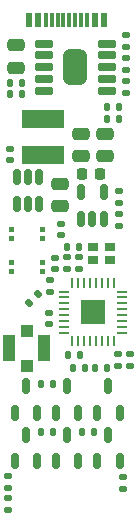
<source format=gbr>
%TF.GenerationSoftware,KiCad,Pcbnew,8.0.5-8.0.5-0~ubuntu24.04.1*%
%TF.CreationDate,2024-10-10T17:44:54+02:00*%
%TF.ProjectId,epi_ESP32_PD,6570695f-4553-4503-9332-5f50442e6b69,1_1*%
%TF.SameCoordinates,Original*%
%TF.FileFunction,Paste,Top*%
%TF.FilePolarity,Positive*%
%FSLAX46Y46*%
G04 Gerber Fmt 4.6, Leading zero omitted, Abs format (unit mm)*
G04 Created by KiCad (PCBNEW 8.0.5-8.0.5-0~ubuntu24.04.1) date 2024-10-10 17:44:54*
%MOMM*%
%LPD*%
G01*
G04 APERTURE LIST*
G04 Aperture macros list*
%AMRoundRect*
0 Rectangle with rounded corners*
0 $1 Rounding radius*
0 $2 $3 $4 $5 $6 $7 $8 $9 X,Y pos of 4 corners*
0 Add a 4 corners polygon primitive as box body*
4,1,4,$2,$3,$4,$5,$6,$7,$8,$9,$2,$3,0*
0 Add four circle primitives for the rounded corners*
1,1,$1+$1,$2,$3*
1,1,$1+$1,$4,$5*
1,1,$1+$1,$6,$7*
1,1,$1+$1,$8,$9*
0 Add four rect primitives between the rounded corners*
20,1,$1+$1,$2,$3,$4,$5,0*
20,1,$1+$1,$4,$5,$6,$7,0*
20,1,$1+$1,$6,$7,$8,$9,0*
20,1,$1+$1,$8,$9,$2,$3,0*%
G04 Aperture macros list end*
%ADD10RoundRect,0.062500X-0.375000X-0.062500X0.375000X-0.062500X0.375000X0.062500X-0.375000X0.062500X0*%
%ADD11RoundRect,0.062500X-0.062500X-0.375000X0.062500X-0.375000X0.062500X0.375000X-0.062500X0.375000X0*%
%ADD12R,2.000000X2.000000*%
%ADD13RoundRect,0.135000X-0.135000X-0.185000X0.135000X-0.185000X0.135000X0.185000X-0.135000X0.185000X0*%
%ADD14RoundRect,0.135000X0.135000X0.185000X-0.135000X0.185000X-0.135000X-0.185000X0.135000X-0.185000X0*%
%ADD15RoundRect,0.150000X0.150000X-0.512500X0.150000X0.512500X-0.150000X0.512500X-0.150000X-0.512500X0*%
%ADD16R,3.600000X1.500000*%
%ADD17R,0.900000X0.800000*%
%ADD18RoundRect,0.140000X-0.170000X0.140000X-0.170000X-0.140000X0.170000X-0.140000X0.170000X0.140000X0*%
%ADD19RoundRect,0.140000X0.170000X-0.140000X0.170000X0.140000X-0.170000X0.140000X-0.170000X-0.140000X0*%
%ADD20RoundRect,0.135000X0.185000X-0.135000X0.185000X0.135000X-0.185000X0.135000X-0.185000X-0.135000X0*%
%ADD21RoundRect,0.140000X-0.140000X-0.170000X0.140000X-0.170000X0.140000X0.170000X-0.140000X0.170000X0*%
%ADD22RoundRect,0.135000X-0.185000X0.135000X-0.185000X-0.135000X0.185000X-0.135000X0.185000X0.135000X0*%
%ADD23RoundRect,0.135000X-0.035355X0.226274X-0.226274X0.035355X0.035355X-0.226274X0.226274X-0.035355X0*%
%ADD24RoundRect,0.250000X0.475000X-0.250000X0.475000X0.250000X-0.475000X0.250000X-0.475000X-0.250000X0*%
%ADD25RoundRect,0.250000X-0.475000X0.250000X-0.475000X-0.250000X0.475000X-0.250000X0.475000X0.250000X0*%
%ADD26RoundRect,0.225000X0.225000X0.250000X-0.225000X0.250000X-0.225000X-0.250000X0.225000X-0.250000X0*%
%ADD27R,1.000000X1.000000*%
%ADD28R,1.050000X2.200000*%
%ADD29RoundRect,0.500000X0.500000X1.000000X-0.500000X1.000000X-0.500000X-1.000000X0.500000X-1.000000X0*%
%ADD30RoundRect,0.150000X0.637500X0.150000X-0.637500X0.150000X-0.637500X-0.150000X0.637500X-0.150000X0*%
%ADD31R,0.600000X1.240000*%
%ADD32R,0.300000X1.240000*%
G04 APERTURE END LIST*
%TO.C,SW2*%
G36*
X99800000Y-58050000D02*
G01*
X99350000Y-58050000D01*
X99350000Y-57600000D01*
X99800000Y-57600000D01*
X99800000Y-58050000D01*
G37*
G36*
X99800000Y-58800000D02*
G01*
X99350000Y-58800000D01*
X99350000Y-58350000D01*
X99800000Y-58350000D01*
X99800000Y-58800000D01*
G37*
G36*
X102450000Y-58050000D02*
G01*
X102000000Y-58050000D01*
X102000000Y-57600000D01*
X102450000Y-57600000D01*
X102450000Y-58050000D01*
G37*
G36*
X102450000Y-58800000D02*
G01*
X102000000Y-58800000D01*
X102000000Y-58350000D01*
X102450000Y-58350000D01*
X102450000Y-58800000D01*
G37*
%TO.C,SW1*%
G36*
X99800000Y-60850000D02*
G01*
X99350000Y-60850000D01*
X99350000Y-60400000D01*
X99800000Y-60400000D01*
X99800000Y-60850000D01*
G37*
G36*
X99800000Y-61600000D02*
G01*
X99350000Y-61600000D01*
X99350000Y-61150000D01*
X99800000Y-61150000D01*
X99800000Y-61600000D01*
G37*
G36*
X102450000Y-60850000D02*
G01*
X102000000Y-60850000D01*
X102000000Y-60400000D01*
X102450000Y-60400000D01*
X102450000Y-60850000D01*
G37*
G36*
X102450000Y-61600000D02*
G01*
X102000000Y-61600000D01*
X102000000Y-61150000D01*
X102450000Y-61150000D01*
X102450000Y-61600000D01*
G37*
%TD*%
D10*
%TO.C,U1*%
X104062500Y-63087500D03*
X104062500Y-63587500D03*
X104062500Y-64087500D03*
X104062500Y-64587500D03*
X104062500Y-65087500D03*
X104062500Y-65587500D03*
X104062500Y-66087500D03*
X104062500Y-66587500D03*
D11*
X104750000Y-67275000D03*
X105250000Y-67275000D03*
X105750000Y-67275000D03*
X106250000Y-67275000D03*
X106750000Y-67275000D03*
X107250000Y-67275000D03*
X107750000Y-67275000D03*
X108250000Y-67275000D03*
D10*
X108937500Y-66587500D03*
X108937500Y-66087500D03*
X108937500Y-65587500D03*
X108937500Y-65087500D03*
X108937500Y-64587500D03*
X108937500Y-64087500D03*
X108937500Y-63587500D03*
X108937500Y-63087500D03*
D11*
X108250000Y-62400000D03*
X107750000Y-62400000D03*
X107250000Y-62400000D03*
X106750000Y-62400000D03*
X106250000Y-62400000D03*
X105750000Y-62400000D03*
X105250000Y-62400000D03*
X104750000Y-62400000D03*
D12*
X106500000Y-64837500D03*
%TD*%
D13*
%TO.C,R10*%
X102080000Y-75000000D03*
X103100000Y-75000000D03*
%TD*%
D14*
%TO.C,R11*%
X106610000Y-75000000D03*
X105590000Y-75000000D03*
%TD*%
D15*
%TO.C,Q4*%
X106857536Y-77475000D03*
X108757536Y-77475000D03*
X107807536Y-75200000D03*
%TD*%
D13*
%TO.C,R15*%
X99490000Y-46400000D03*
X100510000Y-46400000D03*
%TD*%
D15*
%TO.C,Q6*%
X99857536Y-77475000D03*
X101757536Y-77475000D03*
X100807536Y-75200000D03*
%TD*%
D16*
%TO.C,L2*%
X102300000Y-51500000D03*
X102300000Y-48450000D03*
%TD*%
D15*
%TO.C,Q2*%
X103357536Y-77475000D03*
X105257536Y-77475000D03*
X104307536Y-75200000D03*
%TD*%
D17*
%TO.C,Y1*%
X106500000Y-60400000D03*
X107900000Y-60400000D03*
X107900000Y-59300000D03*
X106500000Y-59300000D03*
%TD*%
D13*
%TO.C,R7*%
X99480000Y-45400000D03*
X100500000Y-45400000D03*
%TD*%
D18*
%TO.C,C2*%
X103300000Y-60220000D03*
X103300000Y-61180000D03*
%TD*%
D13*
%TO.C,R9*%
X102090000Y-70900000D03*
X103110000Y-70900000D03*
%TD*%
D15*
%TO.C,U2*%
X105500000Y-56937500D03*
X106450000Y-56937500D03*
X107400000Y-56937500D03*
X107400000Y-54662500D03*
X105500000Y-54662500D03*
%TD*%
D19*
%TO.C,C13*%
X103800000Y-58300000D03*
X103800000Y-57340000D03*
%TD*%
D15*
%TO.C,Q5*%
X103357536Y-73375000D03*
X105257536Y-73375000D03*
X104307536Y-71100000D03*
%TD*%
D20*
%TO.C,R12*%
X99300000Y-81610000D03*
X99300000Y-80590000D03*
%TD*%
D21*
%TO.C,C7*%
X104420000Y-68500000D03*
X105380000Y-68500000D03*
%TD*%
D19*
%TO.C,C15*%
X99500000Y-51980000D03*
X99500000Y-51020000D03*
%TD*%
D20*
%TO.C,R3*%
X109300000Y-46310000D03*
X109300000Y-45290000D03*
%TD*%
D22*
%TO.C,R2*%
X105300000Y-60190000D03*
X105300000Y-61210000D03*
%TD*%
D18*
%TO.C,C4*%
X104300000Y-60195000D03*
X104300000Y-61155000D03*
%TD*%
D15*
%TO.C,Q1*%
X106857536Y-73375000D03*
X108757536Y-73375000D03*
X107807536Y-71100000D03*
%TD*%
D23*
%TO.C,L1*%
X101810624Y-63339376D03*
X101089376Y-64060624D03*
%TD*%
D24*
%TO.C,C17*%
X107500000Y-51650000D03*
X107500000Y-49750000D03*
%TD*%
D19*
%TO.C,C1*%
X108600000Y-69380000D03*
X108600000Y-68420000D03*
%TD*%
D18*
%TO.C,C11*%
X108700000Y-54600000D03*
X108700000Y-55560000D03*
%TD*%
D25*
%TO.C,C10*%
X103700000Y-53950000D03*
X103700000Y-55850000D03*
%TD*%
D13*
%TO.C,R4*%
X106690000Y-69600000D03*
X107710000Y-69600000D03*
%TD*%
D14*
%TO.C,R1*%
X108710000Y-47500000D03*
X107690000Y-47500000D03*
%TD*%
D19*
%TO.C,C5*%
X102800000Y-65880000D03*
X102800000Y-64920000D03*
%TD*%
D21*
%TO.C,C3*%
X104320000Y-59300000D03*
X105280000Y-59300000D03*
%TD*%
D13*
%TO.C,R8*%
X107680000Y-48500000D03*
X108700000Y-48500000D03*
%TD*%
D26*
%TO.C,C14*%
X107075000Y-53100000D03*
X105525000Y-53100000D03*
%TD*%
D20*
%TO.C,R6*%
X108700000Y-57510000D03*
X108700000Y-56490000D03*
%TD*%
D18*
%TO.C,C6*%
X102850000Y-62140000D03*
X102850000Y-63100000D03*
%TD*%
D22*
%TO.C,R13*%
X109000000Y-78790000D03*
X109000000Y-79810000D03*
%TD*%
D27*
%TO.C,J6*%
X100900000Y-66400000D03*
D28*
X102375000Y-67900000D03*
D27*
X100900000Y-69400000D03*
D28*
X99425000Y-67900000D03*
%TD*%
D15*
%TO.C,U5*%
X100050000Y-55637500D03*
X101000000Y-55637500D03*
X101950000Y-55637500D03*
X101950000Y-53362500D03*
X101000000Y-53362500D03*
X100050000Y-53362500D03*
%TD*%
D13*
%TO.C,R5*%
X104790000Y-69600000D03*
X105810000Y-69600000D03*
%TD*%
D25*
%TO.C,C8*%
X100000000Y-42250000D03*
X100000000Y-44150000D03*
%TD*%
D15*
%TO.C,Q3*%
X99857536Y-73375000D03*
X101757536Y-73375000D03*
X100807536Y-71100000D03*
%TD*%
D22*
%TO.C,RV2*%
X109300000Y-43290000D03*
X109300000Y-44310000D03*
%TD*%
%TO.C,R14*%
X99300000Y-78690000D03*
X99300000Y-79710000D03*
%TD*%
D29*
%TO.C,U3*%
X104984000Y-44100000D03*
D30*
X107700000Y-46100000D03*
X107700000Y-45100000D03*
X107700000Y-44100000D03*
X107700000Y-43100000D03*
X107700000Y-42100000D03*
X102375000Y-42100000D03*
X102375000Y-43100000D03*
X102375000Y-44100000D03*
X102375000Y-45100000D03*
X102375000Y-46100000D03*
%TD*%
D18*
%TO.C,C12*%
X109600000Y-68420000D03*
X109600000Y-69380000D03*
%TD*%
D20*
%TO.C,RV3*%
X109300000Y-42410000D03*
X109300000Y-41390000D03*
%TD*%
D31*
%TO.C,J2*%
X107450000Y-40090000D03*
X106650000Y-40090000D03*
D32*
X105500000Y-40090000D03*
X104500000Y-40090000D03*
X104000000Y-40090000D03*
X103000000Y-40090000D03*
D31*
X101850000Y-40090000D03*
X101050000Y-40090000D03*
X101050000Y-40090000D03*
X101850000Y-40090000D03*
D32*
X102500000Y-40090000D03*
X103500000Y-40090000D03*
X105000000Y-40090000D03*
X106000000Y-40090000D03*
D31*
X106650000Y-40090000D03*
X107450000Y-40090000D03*
%TD*%
D24*
%TO.C,C16*%
X105500000Y-51650000D03*
X105500000Y-49750000D03*
%TD*%
M02*

</source>
